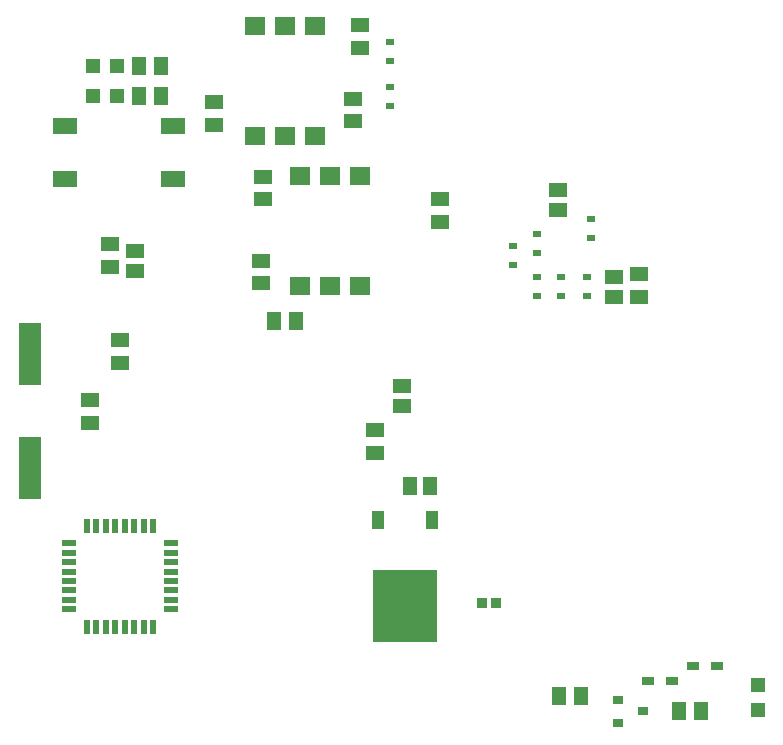
<source format=gtp>
G75*
%MOIN*%
%OFA0B0*%
%FSLAX25Y25*%
%IPPOS*%
%LPD*%
%AMOC8*
5,1,8,0,0,1.08239X$1,22.5*
%
%ADD10R,0.05906X0.05118*%
%ADD11R,0.05118X0.05906*%
%ADD12R,0.03150X0.02362*%
%ADD13R,0.03937X0.03150*%
%ADD14R,0.02200X0.05000*%
%ADD15R,0.05000X0.02200*%
%ADD16R,0.07008X0.05984*%
%ADD17R,0.03543X0.03150*%
%ADD18R,0.05118X0.06299*%
%ADD19R,0.06299X0.05118*%
%ADD20R,0.03346X0.03543*%
%ADD21R,0.07600X0.21000*%
%ADD22R,0.08300X0.05500*%
%ADD23R,0.04724X0.04724*%
%ADD24R,0.21260X0.24409*%
%ADD25R,0.03937X0.06299*%
D10*
X0064167Y0133060D03*
X0064167Y0140540D03*
X0074167Y0153060D03*
X0074167Y0160540D03*
X0079167Y0183454D03*
X0079167Y0190146D03*
X0168167Y0145146D03*
X0168167Y0138454D03*
X0220167Y0203954D03*
X0220167Y0210646D03*
X0238667Y0181646D03*
X0238667Y0174954D03*
D11*
X0177513Y0111800D03*
X0170820Y0111800D03*
D12*
X0213167Y0175150D03*
X0213167Y0181450D03*
X0221167Y0181450D03*
X0221167Y0175150D03*
X0229667Y0175150D03*
X0229667Y0181450D03*
X0231167Y0194650D03*
X0231167Y0200950D03*
X0213167Y0195950D03*
X0213167Y0189650D03*
X0205167Y0191950D03*
X0205167Y0185650D03*
X0164167Y0238650D03*
X0164167Y0244950D03*
X0164167Y0253650D03*
X0164167Y0259950D03*
D13*
X0265230Y0051800D03*
X0258104Y0046800D03*
X0250230Y0046800D03*
X0273104Y0051800D03*
D14*
X0063143Y0064900D03*
X0066293Y0064900D03*
X0069442Y0064900D03*
X0072592Y0064900D03*
X0075741Y0064900D03*
X0078891Y0064900D03*
X0082041Y0064900D03*
X0085190Y0064900D03*
X0085190Y0098700D03*
X0082041Y0098700D03*
X0078891Y0098700D03*
X0075741Y0098700D03*
X0072592Y0098700D03*
X0069442Y0098700D03*
X0066293Y0098700D03*
X0063143Y0098700D03*
D15*
X0057267Y0092824D03*
X0057267Y0089674D03*
X0057267Y0086524D03*
X0057267Y0083375D03*
X0057267Y0080225D03*
X0057267Y0077076D03*
X0057267Y0073926D03*
X0057267Y0070776D03*
X0091067Y0070776D03*
X0091067Y0073926D03*
X0091067Y0077076D03*
X0091067Y0080225D03*
X0091067Y0083375D03*
X0091067Y0086524D03*
X0091067Y0089674D03*
X0091067Y0092824D03*
D16*
X0134167Y0178513D03*
X0144167Y0178513D03*
X0154167Y0178513D03*
X0154167Y0215087D03*
X0144167Y0215087D03*
X0134167Y0215087D03*
X0139167Y0228513D03*
X0129167Y0228513D03*
X0119167Y0228513D03*
X0119167Y0265087D03*
X0129167Y0265087D03*
X0139167Y0265087D03*
D17*
X0240230Y0040540D03*
X0248497Y0036800D03*
X0240230Y0033060D03*
D18*
X0227907Y0041800D03*
X0220427Y0041800D03*
X0260427Y0036800D03*
X0267907Y0036800D03*
X0132907Y0166800D03*
X0125427Y0166800D03*
X0087907Y0241800D03*
X0080427Y0241800D03*
X0080427Y0251800D03*
X0087907Y0251800D03*
D19*
X0105348Y0239753D03*
X0105348Y0232272D03*
X0121667Y0215040D03*
X0121667Y0207560D03*
X0121167Y0187040D03*
X0121167Y0179560D03*
X0070667Y0185060D03*
X0070667Y0192540D03*
X0151667Y0233560D03*
X0151667Y0241040D03*
X0154167Y0258060D03*
X0154167Y0265540D03*
X0180667Y0207540D03*
X0180667Y0200060D03*
X0247167Y0182540D03*
X0247167Y0175060D03*
X0159167Y0130540D03*
X0159167Y0123060D03*
D20*
X0194883Y0072800D03*
X0199450Y0072800D03*
D21*
X0044167Y0117800D03*
X0044167Y0155800D03*
D22*
X0055767Y0214100D03*
X0055767Y0231800D03*
X0091667Y0231800D03*
X0091667Y0214100D03*
D23*
X0073301Y0241800D03*
X0065033Y0241800D03*
X0065033Y0251800D03*
X0073301Y0251800D03*
X0286667Y0045434D03*
X0286667Y0037166D03*
D24*
X0169167Y0071957D03*
D25*
X0178143Y0100698D03*
X0160190Y0100698D03*
M02*

</source>
